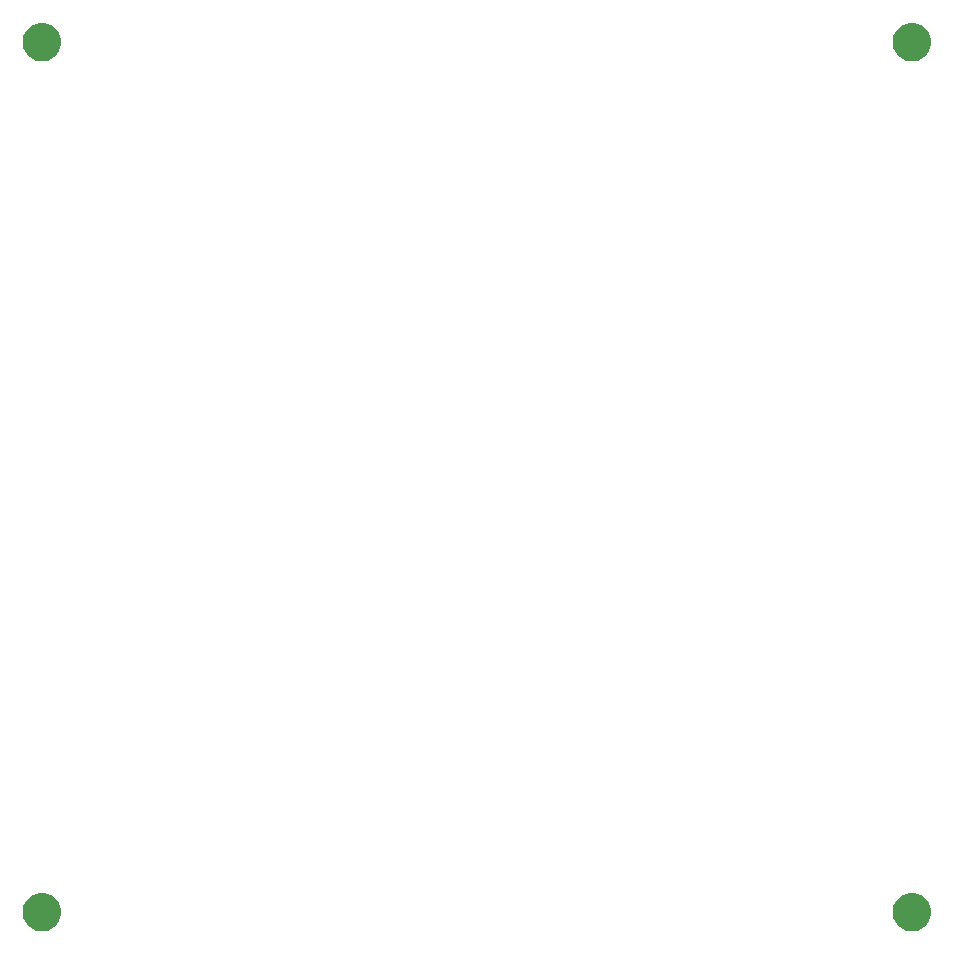
<source format=gbr>
%TF.GenerationSoftware,Altium Limited,Altium Designer,24.5.2 (23)*%
G04 Layer_Color=0*
%FSLAX45Y45*%
%MOMM*%
%TF.SameCoordinates,2470441B-8579-4349-B98B-18B4F8D42BC9*%
%TF.FilePolarity,Positive*%
%TF.FileFunction,NonPlated,1,2,NPTH,Drill*%
%TF.Part,Single*%
G01*
G75*
G36*
X7547500Y344000D02*
Y327995D01*
X7553745Y296600D01*
X7565994Y267027D01*
X7583778Y240412D01*
X7606412Y217778D01*
X7633027Y199994D01*
X7662600Y187745D01*
X7693995Y181500D01*
X7710000D01*
X7726005D01*
X7757400Y187745D01*
X7786972Y199994D01*
X7813588Y217778D01*
X7836222Y240412D01*
X7854006Y267027D01*
X7866255Y296600D01*
X7872500Y327995D01*
Y344000D01*
Y360005D01*
X7866255Y391400D01*
X7854006Y420972D01*
X7836222Y447588D01*
X7813588Y470222D01*
X7786972Y488006D01*
X7757400Y500255D01*
X7726005Y506500D01*
X7710000D01*
X7693995D01*
X7662600Y500255D01*
X7633027Y488006D01*
X7606412Y470222D01*
X7583778Y447588D01*
X7565994Y420972D01*
X7553745Y391400D01*
X7547500Y360005D01*
Y344000D01*
D01*
D02*
G37*
G36*
X7710000Y7547500D02*
X7693995D01*
X7662600Y7553745D01*
X7633027Y7565994D01*
X7606412Y7583778D01*
X7583778Y7606412D01*
X7565994Y7633027D01*
X7553745Y7662600D01*
X7547500Y7693995D01*
Y7710000D01*
Y7726005D01*
X7553745Y7757400D01*
X7565994Y7786972D01*
X7583778Y7813588D01*
X7606412Y7836222D01*
X7633027Y7854006D01*
X7662600Y7866255D01*
X7693995Y7872500D01*
X7710000D01*
X7726005D01*
X7757400Y7866255D01*
X7786972Y7854006D01*
X7813588Y7836222D01*
X7836222Y7813588D01*
X7854006Y7786972D01*
X7866255Y7757400D01*
X7872500Y7726005D01*
Y7710000D01*
Y7693995D01*
X7866255Y7662600D01*
X7854006Y7633027D01*
X7836222Y7606412D01*
X7813588Y7583778D01*
X7786972Y7565994D01*
X7757400Y7553745D01*
X7726005Y7547500D01*
X7710000D01*
D01*
D02*
G37*
G36*
X344000D02*
X327995D01*
X296600Y7553745D01*
X267027Y7565994D01*
X240412Y7583778D01*
X217778Y7606412D01*
X199994Y7633027D01*
X187745Y7662600D01*
X181500Y7693995D01*
Y7710000D01*
Y7726005D01*
X187745Y7757400D01*
X199994Y7786972D01*
X217778Y7813588D01*
X240412Y7836222D01*
X267027Y7854006D01*
X296600Y7866255D01*
X327995Y7872500D01*
X344000D01*
X360005D01*
X391400Y7866255D01*
X420972Y7854006D01*
X447588Y7836222D01*
X470222Y7813588D01*
X488006Y7786972D01*
X500255Y7757400D01*
X506500Y7726005D01*
Y7710000D01*
Y7693995D01*
X500255Y7662600D01*
X488006Y7633027D01*
X470222Y7606412D01*
X447588Y7583778D01*
X420972Y7565994D01*
X391400Y7553745D01*
X360005Y7547500D01*
X344000D01*
D01*
D02*
G37*
G36*
Y181500D02*
X327995D01*
X296600Y187745D01*
X267027Y199994D01*
X240412Y217778D01*
X217778Y240412D01*
X199994Y267027D01*
X187745Y296600D01*
X181500Y327995D01*
Y344000D01*
Y360005D01*
X187745Y391400D01*
X199994Y420972D01*
X217778Y447588D01*
X240412Y470222D01*
X267027Y488006D01*
X296600Y500255D01*
X327995Y506500D01*
X344000D01*
X360005D01*
X391400Y500255D01*
X420972Y488006D01*
X447588Y470222D01*
X470222Y447588D01*
X488006Y420972D01*
X500255Y391400D01*
X506500Y360005D01*
Y344000D01*
Y327995D01*
X500255Y296600D01*
X488006Y267027D01*
X470222Y240412D01*
X447588Y217778D01*
X420972Y199994D01*
X391400Y187745D01*
X360005Y181500D01*
X344000D01*
D01*
D02*
G37*
%TF.MD5,5e9ea26b079baf33afa606b6068863ab*%
M02*

</source>
